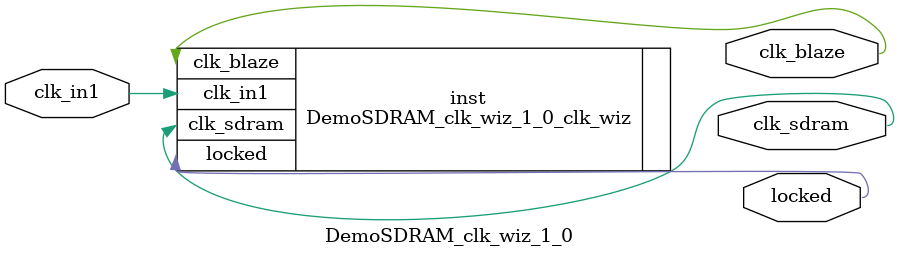
<source format=v>


`timescale 1ps/1ps

(* CORE_GENERATION_INFO = "DemoSDRAM_clk_wiz_1_0,clk_wiz_v5_3_3_0,{component_name=DemoSDRAM_clk_wiz_1_0,use_phase_alignment=true,use_min_o_jitter=false,use_max_i_jitter=false,use_dyn_phase_shift=false,use_inclk_switchover=false,use_dyn_reconfig=false,enable_axi=0,feedback_source=FDBK_AUTO,PRIMITIVE=MMCM,num_out_clk=2,clkin1_period=83.333,clkin2_period=10.0,use_power_down=false,use_reset=false,use_locked=true,use_inclk_stopped=false,feedback_type=SINGLE,CLOCK_MGR_TYPE=NA,manual_override=false}" *)

module DemoSDRAM_clk_wiz_1_0 
 (
  // Clock out ports
  output        clk_blaze,
  output        clk_sdram,
  // Status and control signals
  output        locked,
 // Clock in ports
  input         clk_in1
 );

  DemoSDRAM_clk_wiz_1_0_clk_wiz inst
  (
  // Clock out ports  
  .clk_blaze(clk_blaze),
  .clk_sdram(clk_sdram),
  // Status and control signals               
  .locked(locked),
 // Clock in ports
  .clk_in1(clk_in1)
  );

endmodule

</source>
